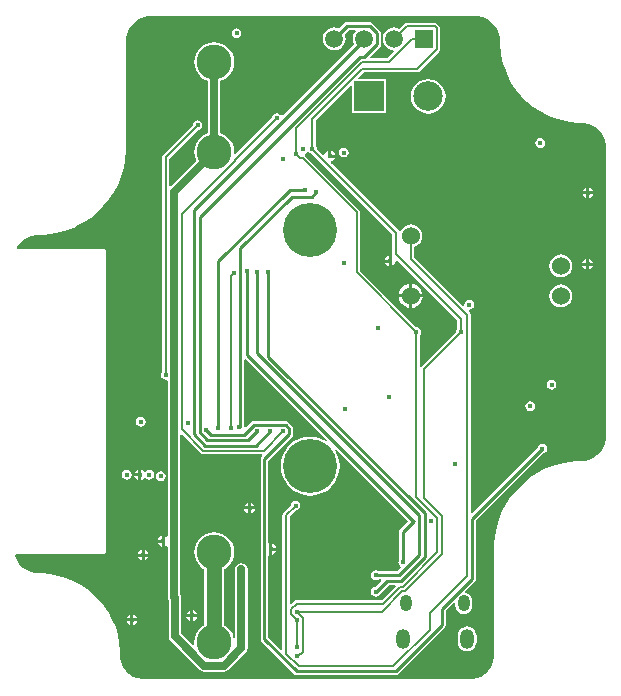
<source format=gbl>
G04*
G04 #@! TF.GenerationSoftware,Altium Limited,Altium Designer,21.6.1 (37)*
G04*
G04 Layer_Physical_Order=4*
G04 Layer_Color=16711680*
%FSLAX44Y44*%
%MOMM*%
G71*
G04*
G04 #@! TF.SameCoordinates,92C9E3DA-2EC7-41D8-9103-AA549F60DB15*
G04*
G04*
G04 #@! TF.FilePolarity,Positive*
G04*
G01*
G75*
%ADD10C,0.2540*%
%ADD18C,0.2032*%
%ADD99C,1.5000*%
%ADD100R,1.5000X1.5000*%
%ADD101C,1.5240*%
%ADD102O,1.2000X1.7000*%
%ADD103O,1.0000X1.4000*%
%ADD104R,2.5000X2.5000*%
%ADD105C,2.5000*%
%ADD106C,2.9500*%
%ADD107C,4.5720*%
%ADD108C,0.4064*%
%ADD119C,0.6350*%
%ADD120C,1.2700*%
G36*
X397283Y561381D02*
X401044Y559824D01*
X404428Y557562D01*
X407307Y554684D01*
X409568Y551299D01*
X411126Y547539D01*
X411920Y543546D01*
Y541511D01*
X411921Y541508D01*
X411920Y541504D01*
X412003Y538116D01*
X412008Y538106D01*
X412005Y538096D01*
X412669Y531351D01*
X412676Y531338D01*
X412673Y531324D01*
X413995Y524677D01*
X414003Y524665D01*
X414002Y524651D01*
X415969Y518166D01*
X415978Y518154D01*
Y518140D01*
X418572Y511879D01*
X418582Y511869D01*
X418583Y511854D01*
X421778Y505877D01*
X421789Y505868D01*
X421792Y505854D01*
X425557Y500219D01*
X425569Y500211D01*
X425573Y500197D01*
X429873Y494958D01*
X429885Y494952D01*
X429891Y494938D01*
X434683Y490146D01*
X434696Y490141D01*
X434703Y490128D01*
X439942Y485829D01*
X439955Y485824D01*
X439963Y485812D01*
X445598Y482047D01*
X445613Y482044D01*
X445622Y482033D01*
X451599Y478839D01*
X451613Y478837D01*
X451623Y478827D01*
X457884Y476233D01*
X457899D01*
X457910Y476224D01*
X464395Y474257D01*
X464410Y474258D01*
X464422Y474250D01*
X471069Y472928D01*
X471083Y472931D01*
X471095Y472924D01*
X477840Y472260D01*
X477850Y472263D01*
X477860Y472259D01*
X481249Y472176D01*
X481252Y472177D01*
X481255Y472176D01*
X483291Y472176D01*
X487283Y471381D01*
X491044Y469824D01*
X494428Y467562D01*
X497307Y464684D01*
X499568Y461299D01*
X501126Y457539D01*
X501920Y453546D01*
Y451511D01*
X501920Y206511D01*
Y204476D01*
X501126Y200483D01*
X499568Y196723D01*
X497307Y193338D01*
X494428Y190460D01*
X491044Y188199D01*
X487283Y186641D01*
X483291Y185847D01*
X481256D01*
X481252Y185845D01*
X481249Y185847D01*
X477615Y185757D01*
X477605Y185753D01*
X477595Y185756D01*
X470362Y185044D01*
X470349Y185037D01*
X470335Y185040D01*
X463207Y183622D01*
X463195Y183614D01*
X463181Y183615D01*
X456226Y181506D01*
X456214Y181496D01*
X456200D01*
X449485Y178715D01*
X449475Y178705D01*
X449461Y178704D01*
X443051Y175278D01*
X443042Y175266D01*
X443028Y175264D01*
X436985Y171226D01*
X436977Y171214D01*
X436963Y171210D01*
X431345Y166599D01*
X431338Y166586D01*
X431325Y166581D01*
X426186Y161442D01*
X426180Y161428D01*
X426168Y161422D01*
X421557Y155803D01*
X421553Y155790D01*
X421541Y155782D01*
X417503Y149739D01*
X417500Y149725D01*
X417489Y149715D01*
X414063Y143306D01*
X414062Y143291D01*
X414052Y143281D01*
X411270Y136567D01*
Y136552D01*
X411261Y136541D01*
X409151Y129586D01*
X409153Y129572D01*
X409145Y129560D01*
X407727Y122432D01*
X407730Y122418D01*
X407723Y122405D01*
X407010Y115172D01*
X407014Y115162D01*
X407009Y115152D01*
X406920Y111518D01*
X406921Y111515D01*
X406920Y111511D01*
X406920Y21511D01*
Y19476D01*
X406126Y15483D01*
X404568Y11723D01*
X402307Y8338D01*
X399428Y5460D01*
X396044Y3198D01*
X392283Y1641D01*
X388291Y847D01*
X386255Y847D01*
X109220D01*
X105228Y1641D01*
X101467Y3198D01*
X98083Y5460D01*
X95204Y8338D01*
X92943Y11723D01*
X91385Y15483D01*
X90591Y19476D01*
X90591Y21511D01*
X90590Y21514D01*
X90591Y21518D01*
X90508Y24906D01*
X90503Y24916D01*
X90507Y24927D01*
X89842Y31671D01*
X89836Y31684D01*
X89838Y31698D01*
X88516Y38345D01*
X88508Y38357D01*
X88510Y38371D01*
X86542Y44857D01*
X86533Y44868D01*
Y44882D01*
X83940Y51143D01*
X83929Y51154D01*
X83928Y51168D01*
X80733Y57145D01*
X80722Y57154D01*
X80719Y57168D01*
X76954Y62803D01*
X76942Y62811D01*
X76938Y62825D01*
X72639Y68064D01*
X72626Y68071D01*
X72621Y68084D01*
X67828Y72876D01*
X67815Y72881D01*
X67808Y72894D01*
X62569Y77194D01*
X62556Y77198D01*
X62548Y77210D01*
X56912Y80975D01*
X56898Y80978D01*
X56889Y80989D01*
X50912Y84184D01*
X50898Y84185D01*
X50888Y84195D01*
X44627Y86789D01*
X44612D01*
X44601Y86798D01*
X38116Y88765D01*
X38101Y88764D01*
X38090Y88772D01*
X31442Y90094D01*
X31428Y90091D01*
X31416Y90098D01*
X24671Y90762D01*
X24661Y90759D01*
X24651Y90763D01*
X21262Y90847D01*
X21259Y90845D01*
X21256Y90847D01*
X19220Y90847D01*
X15228Y91641D01*
X11467Y93198D01*
X8083Y95460D01*
X5204Y98338D01*
X2943Y101723D01*
X1385Y105484D01*
X1249Y106166D01*
X2055Y107148D01*
X76568D01*
X77361Y107306D01*
X78033Y107755D01*
X78482Y108427D01*
X78640Y109220D01*
Y363220D01*
X78482Y364013D01*
X78033Y364685D01*
X77361Y365134D01*
X76568Y365292D01*
X3616D01*
X3476Y365501D01*
X3118Y366562D01*
X5204Y369684D01*
X8083Y372562D01*
X11467Y374824D01*
X15228Y376381D01*
X19220Y377175D01*
X21256D01*
X21259Y377177D01*
X21262Y377176D01*
X24896Y377265D01*
X24906Y377269D01*
X24917Y377266D01*
X32149Y377978D01*
X32162Y377985D01*
X32176Y377982D01*
X39304Y379400D01*
X39316Y379408D01*
X39331Y379407D01*
X46286Y381517D01*
X46297Y381526D01*
X46311D01*
X53026Y384307D01*
X53036Y384317D01*
X53050Y384319D01*
X59460Y387745D01*
X59469Y387756D01*
X59483Y387759D01*
X65526Y391796D01*
X65534Y391808D01*
X65548Y391813D01*
X71166Y396423D01*
X71173Y396436D01*
X71186Y396441D01*
X76325Y401581D01*
X76331Y401594D01*
X76343Y401601D01*
X80954Y407219D01*
X80958Y407233D01*
X80970Y407240D01*
X85008Y413284D01*
X85011Y413298D01*
X85022Y413307D01*
X88448Y419716D01*
X88449Y419731D01*
X88460Y419741D01*
X91241Y426456D01*
Y426470D01*
X91250Y426481D01*
X93360Y433436D01*
X93358Y433450D01*
X93366Y433462D01*
X94784Y440591D01*
X94781Y440605D01*
X94788Y440617D01*
X95501Y447850D01*
X95497Y447860D01*
X95502Y447870D01*
X95591Y451504D01*
X95590Y451508D01*
X95591Y451511D01*
X95591Y541511D01*
Y543546D01*
X96385Y547539D01*
X97943Y551299D01*
X100204Y554684D01*
X103083Y557562D01*
X106467Y559824D01*
X110228Y561381D01*
X114220Y562176D01*
X393291D01*
X397283Y561381D01*
D02*
G37*
%LPC*%
G36*
X301654Y557475D02*
X282582D01*
X281294Y557218D01*
X280201Y556489D01*
X275709Y551996D01*
X274268Y552593D01*
X271780Y552920D01*
X269292Y552593D01*
X266973Y551632D01*
X264982Y550104D01*
X263454Y548113D01*
X262493Y545794D01*
X262166Y543306D01*
X262493Y540818D01*
X263454Y538499D01*
X264982Y536508D01*
X266973Y534980D01*
X269292Y534019D01*
X271780Y533692D01*
X274268Y534019D01*
X276587Y534980D01*
X278578Y536508D01*
X280106Y538499D01*
X281067Y540818D01*
X281394Y543306D01*
X281067Y545794D01*
X280470Y547235D01*
X283976Y550741D01*
X289270D01*
X289896Y549471D01*
X288854Y548113D01*
X287893Y545794D01*
X287566Y543306D01*
X287893Y540818D01*
X288686Y538904D01*
X227916Y478133D01*
X226325Y478339D01*
X225930Y478930D01*
X224586Y479828D01*
X223000Y480144D01*
X221414Y479828D01*
X220070Y478930D01*
X219172Y477586D01*
X218919Y476314D01*
X187941Y445336D01*
X186722Y445913D01*
X186863Y447350D01*
X186539Y450640D01*
X185580Y453803D01*
X184021Y456719D01*
X181924Y459274D01*
X179369Y461371D01*
X176453Y462930D01*
X175309Y463277D01*
Y507623D01*
X176453Y507971D01*
X179369Y509529D01*
X181924Y511626D01*
X184021Y514181D01*
X185580Y517097D01*
X186539Y520260D01*
X186863Y523550D01*
X186539Y526840D01*
X185580Y530003D01*
X184021Y532919D01*
X181924Y535474D01*
X179369Y537571D01*
X176453Y539130D01*
X173290Y540089D01*
X170000Y540413D01*
X166710Y540089D01*
X163547Y539130D01*
X160632Y537571D01*
X158076Y535474D01*
X155979Y532919D01*
X154421Y530003D01*
X153461Y526840D01*
X153137Y523550D01*
X153461Y520260D01*
X154421Y517097D01*
X155979Y514181D01*
X158076Y511626D01*
X160632Y509529D01*
X163547Y507971D01*
X164691Y507623D01*
Y463277D01*
X163547Y462930D01*
X160632Y461371D01*
X158076Y459274D01*
X155979Y456719D01*
X154421Y453803D01*
X153461Y450640D01*
X153137Y447350D01*
X153461Y444060D01*
X154421Y440897D01*
X154984Y439842D01*
X133324Y418181D01*
X132054Y418708D01*
Y441659D01*
X156314Y465919D01*
X157586Y466172D01*
X158930Y467070D01*
X159828Y468414D01*
X160144Y470000D01*
X159828Y471586D01*
X158930Y472930D01*
X157586Y473828D01*
X156000Y474144D01*
X154414Y473828D01*
X153070Y472930D01*
X152172Y471586D01*
X151919Y470314D01*
X126748Y445143D01*
X126075Y444135D01*
X125838Y442946D01*
Y261482D01*
X125118Y260403D01*
X124802Y258818D01*
X125118Y257232D01*
X126016Y255888D01*
X127360Y254990D01*
X128946Y254674D01*
X129606Y254806D01*
X130876Y253808D01*
Y122166D01*
X129606Y121488D01*
X128784Y122037D01*
X128270Y122139D01*
Y117730D01*
Y113321D01*
X128784Y113423D01*
X129606Y113973D01*
X130876Y113294D01*
Y70815D01*
X130876Y70815D01*
X131280Y68783D01*
X131691Y68168D01*
Y37227D01*
X131691Y37227D01*
X132095Y35195D01*
X133246Y33472D01*
X157979Y8739D01*
X157979Y8739D01*
X159702Y7588D01*
X161733Y7184D01*
X161734Y7184D01*
X178266D01*
X178266Y7184D01*
X180298Y7588D01*
X182020Y8739D01*
X196754Y23472D01*
X196754Y23472D01*
X197905Y25195D01*
X198309Y27227D01*
X198309Y27227D01*
Y94000D01*
X197905Y96032D01*
X196754Y97754D01*
X195032Y98905D01*
X193000Y99309D01*
X190968Y98905D01*
X189246Y97754D01*
X188095Y96032D01*
X187691Y94000D01*
Y36318D01*
X186421Y36129D01*
X185579Y38903D01*
X184021Y41819D01*
X181924Y44374D01*
X179369Y46471D01*
X178454Y46960D01*
Y94140D01*
X179369Y94629D01*
X181924Y96726D01*
X184021Y99281D01*
X185579Y102197D01*
X186539Y105360D01*
X186863Y108650D01*
X186539Y111940D01*
X185579Y115103D01*
X184021Y118019D01*
X181924Y120574D01*
X179369Y122671D01*
X176453Y124230D01*
X173290Y125189D01*
X170000Y125513D01*
X166710Y125189D01*
X163547Y124230D01*
X160631Y122671D01*
X158076Y120574D01*
X155979Y118019D01*
X154420Y115103D01*
X153461Y111940D01*
X153137Y108650D01*
X153461Y105360D01*
X154420Y102197D01*
X155979Y99281D01*
X158076Y96726D01*
X160631Y94629D01*
X161546Y94140D01*
Y46960D01*
X160631Y46471D01*
X158076Y44374D01*
X155979Y41819D01*
X154420Y38903D01*
X153461Y35740D01*
X153137Y32450D01*
X153361Y30169D01*
X152142Y29592D01*
X142309Y39426D01*
Y70000D01*
X142309Y70000D01*
X141905Y72032D01*
X141494Y72647D01*
Y207739D01*
X142667Y208225D01*
X158525Y192367D01*
X159534Y191693D01*
X160723Y191456D01*
X210299D01*
X210825Y190186D01*
X210285Y189647D01*
X209556Y188554D01*
X209299Y187266D01*
Y34730D01*
X209556Y33442D01*
X210285Y32349D01*
X237395Y5239D01*
X238488Y4510D01*
X239776Y4253D01*
X323672D01*
X324961Y4510D01*
X326053Y5239D01*
X365093Y44279D01*
X365822Y45371D01*
X366079Y46660D01*
Y59208D01*
X372984Y66114D01*
X374157Y65628D01*
Y63400D01*
X374399Y61564D01*
X375108Y59854D01*
X376235Y58385D01*
X377704Y57258D01*
X379414Y56549D01*
X381250Y56307D01*
X383086Y56549D01*
X384796Y57258D01*
X386265Y58385D01*
X387392Y59854D01*
X388101Y61564D01*
X388343Y63400D01*
Y67400D01*
X388101Y69236D01*
X387392Y70946D01*
X386265Y72415D01*
X384796Y73542D01*
X383086Y74251D01*
X382773Y74292D01*
X382365Y75495D01*
X390779Y83908D01*
X391508Y85000D01*
X391765Y86289D01*
Y135521D01*
X448501Y192258D01*
X449316Y192420D01*
X450660Y193318D01*
X451558Y194662D01*
X451874Y196248D01*
X451558Y197834D01*
X450660Y199178D01*
X449316Y200076D01*
X447730Y200392D01*
X446144Y200076D01*
X444800Y199178D01*
X443902Y197834D01*
X443740Y197019D01*
X388361Y141640D01*
X387188Y142126D01*
Y309520D01*
X386951Y310709D01*
X386278Y311717D01*
X385293Y312702D01*
X385919Y313873D01*
X386000Y313856D01*
X387586Y314172D01*
X388930Y315070D01*
X389828Y316414D01*
X390144Y318000D01*
X389828Y319586D01*
X388930Y320930D01*
X387586Y321828D01*
X386000Y322144D01*
X384414Y321828D01*
X383070Y320930D01*
X382172Y319586D01*
X381856Y318000D01*
X381873Y317918D01*
X380702Y317293D01*
X339554Y358441D01*
Y367268D01*
X341314Y367997D01*
X343330Y369544D01*
X344877Y371560D01*
X345850Y373908D01*
X346181Y376428D01*
X345850Y378948D01*
X344877Y381296D01*
X343330Y383312D01*
X341314Y384859D01*
X338966Y385832D01*
X336446Y386163D01*
X333926Y385832D01*
X331578Y384859D01*
X329562Y383312D01*
X328015Y381296D01*
X327889Y380992D01*
X327471Y380826D01*
X326456Y380850D01*
X326278Y381118D01*
X269000Y438395D01*
X269368Y439611D01*
X269784Y439693D01*
X271296Y440704D01*
X272307Y442216D01*
X272409Y442730D01*
X268000D01*
Y444000D01*
X266730D01*
Y448409D01*
X266216Y448307D01*
X264704Y447296D01*
X263693Y445784D01*
X263611Y445368D01*
X262395Y445000D01*
X257081Y450314D01*
X256828Y451586D01*
X256108Y452664D01*
Y474279D01*
X285577Y503748D01*
X286750Y503262D01*
Y480006D01*
X315814D01*
Y509070D01*
X292558D01*
X292072Y510243D01*
X296627Y514798D01*
X341890D01*
X343080Y515035D01*
X344088Y515709D01*
X360726Y532346D01*
X361399Y533354D01*
X361636Y534543D01*
Y552068D01*
X361399Y553258D01*
X360726Y554266D01*
X358940Y556051D01*
X357932Y556725D01*
X356743Y556962D01*
X333128D01*
X331939Y556725D01*
X330930Y556051D01*
X326768Y551889D01*
X325068Y552593D01*
X322580Y552920D01*
X320092Y552593D01*
X317773Y551632D01*
X315782Y550104D01*
X314254Y548113D01*
X313293Y545794D01*
X312966Y543306D01*
X313293Y540818D01*
X314254Y538499D01*
X315782Y536508D01*
X317773Y534980D01*
X320092Y534019D01*
X321795Y533795D01*
X322250Y532454D01*
X316523Y526726D01*
X302297D01*
X301811Y527900D01*
X310363Y536451D01*
X311092Y537543D01*
X311349Y538832D01*
Y547780D01*
X311092Y549069D01*
X310363Y550161D01*
X304035Y556489D01*
X302943Y557218D01*
X301654Y557475D01*
D02*
G37*
G36*
X189000Y552144D02*
X187414Y551828D01*
X186070Y550930D01*
X185172Y549586D01*
X184856Y548000D01*
X185172Y546414D01*
X186070Y545070D01*
X187414Y544172D01*
X189000Y543856D01*
X190586Y544172D01*
X191930Y545070D01*
X192828Y546414D01*
X193144Y548000D01*
X192828Y549586D01*
X191930Y550930D01*
X190586Y551828D01*
X189000Y552144D01*
D02*
G37*
G36*
X351282Y509195D02*
X347488Y508696D01*
X343953Y507232D01*
X340918Y504902D01*
X338588Y501867D01*
X337124Y498332D01*
X336625Y494538D01*
X337124Y490744D01*
X338588Y487209D01*
X340918Y484174D01*
X343953Y481844D01*
X347488Y480380D01*
X351282Y479881D01*
X355076Y480380D01*
X358611Y481844D01*
X361646Y484174D01*
X363976Y487209D01*
X365440Y490744D01*
X365939Y494538D01*
X365440Y498332D01*
X363976Y501867D01*
X361646Y504902D01*
X358611Y507232D01*
X355076Y508696D01*
X351282Y509195D01*
D02*
G37*
G36*
X446000Y459144D02*
X444414Y458828D01*
X443070Y457930D01*
X442172Y456586D01*
X441856Y455000D01*
X442172Y453414D01*
X443070Y452070D01*
X444414Y451172D01*
X446000Y450856D01*
X447586Y451172D01*
X448930Y452070D01*
X449828Y453414D01*
X450144Y455000D01*
X449828Y456586D01*
X448930Y457930D01*
X447586Y458828D01*
X446000Y459144D01*
D02*
G37*
G36*
X269270Y448409D02*
Y445270D01*
X272409D01*
X272307Y445784D01*
X271296Y447296D01*
X269784Y448307D01*
X269270Y448409D01*
D02*
G37*
G36*
X279807Y451107D02*
X278221Y450792D01*
X276877Y449894D01*
X275979Y448549D01*
X275663Y446964D01*
X275979Y445378D01*
X276877Y444034D01*
X278221Y443135D01*
X279807Y442820D01*
X281393Y443135D01*
X282737Y444034D01*
X283635Y445378D01*
X283951Y446964D01*
X283635Y448549D01*
X282737Y449894D01*
X281393Y450792D01*
X279807Y451107D01*
D02*
G37*
G36*
X487680Y417413D02*
Y414274D01*
X490819D01*
X490717Y414788D01*
X489706Y416300D01*
X488194Y417311D01*
X487680Y417413D01*
D02*
G37*
G36*
X485140D02*
X484626Y417311D01*
X483114Y416300D01*
X482103Y414788D01*
X482001Y414274D01*
X485140D01*
Y417413D01*
D02*
G37*
G36*
X490819Y411734D02*
X487680D01*
Y408595D01*
X488194Y408697D01*
X489706Y409708D01*
X490717Y411220D01*
X490819Y411734D01*
D02*
G37*
G36*
X485140D02*
X482001D01*
X482103Y411220D01*
X483114Y409708D01*
X484626Y408697D01*
X485140Y408595D01*
Y411734D01*
D02*
G37*
G36*
X487426Y356961D02*
Y353822D01*
X490565D01*
X490463Y354336D01*
X489452Y355848D01*
X487940Y356859D01*
X487426Y356961D01*
D02*
G37*
G36*
X484886D02*
X484372Y356859D01*
X482860Y355848D01*
X481849Y354336D01*
X481747Y353822D01*
X484886D01*
Y356961D01*
D02*
G37*
G36*
X490565Y351282D02*
X487426D01*
Y348143D01*
X487940Y348245D01*
X489452Y349256D01*
X490463Y350768D01*
X490565Y351282D01*
D02*
G37*
G36*
X484886D02*
X481747D01*
X481849Y350768D01*
X482860Y349256D01*
X484372Y348245D01*
X484886Y348143D01*
Y351282D01*
D02*
G37*
G36*
X463446Y360763D02*
X460926Y360432D01*
X458578Y359459D01*
X456562Y357912D01*
X455015Y355896D01*
X454042Y353548D01*
X453711Y351028D01*
X454042Y348508D01*
X455015Y346160D01*
X456562Y344144D01*
X458578Y342597D01*
X460926Y341624D01*
X463446Y341293D01*
X465966Y341624D01*
X468314Y342597D01*
X470330Y344144D01*
X471877Y346160D01*
X472850Y348508D01*
X473181Y351028D01*
X472850Y353548D01*
X471877Y355896D01*
X470330Y357912D01*
X468314Y359459D01*
X465966Y360432D01*
X463446Y360763D01*
D02*
G37*
G36*
Y335363D02*
X460926Y335032D01*
X458578Y334059D01*
X456562Y332512D01*
X455015Y330496D01*
X454042Y328148D01*
X453711Y325628D01*
X454042Y323108D01*
X455015Y320760D01*
X456562Y318744D01*
X458578Y317197D01*
X460926Y316224D01*
X463446Y315893D01*
X465966Y316224D01*
X468314Y317197D01*
X470330Y318744D01*
X471877Y320760D01*
X472850Y323108D01*
X473181Y325628D01*
X472850Y328148D01*
X471877Y330496D01*
X470330Y332512D01*
X468314Y334059D01*
X465966Y335032D01*
X463446Y335363D01*
D02*
G37*
G36*
X455730Y254392D02*
X454144Y254076D01*
X452800Y253178D01*
X451902Y251834D01*
X451586Y250248D01*
X451902Y248662D01*
X452800Y247318D01*
X454144Y246420D01*
X455730Y246104D01*
X457316Y246420D01*
X458660Y247318D01*
X459558Y248662D01*
X459874Y250248D01*
X459558Y251834D01*
X458660Y253178D01*
X457316Y254076D01*
X455730Y254392D01*
D02*
G37*
G36*
X437730Y236392D02*
X436144Y236076D01*
X434800Y235178D01*
X433902Y233834D01*
X433586Y232248D01*
X433902Y230662D01*
X434800Y229318D01*
X436144Y228420D01*
X437730Y228104D01*
X439316Y228420D01*
X440660Y229318D01*
X441558Y230662D01*
X441874Y232248D01*
X441558Y233834D01*
X440660Y235178D01*
X439316Y236076D01*
X437730Y236392D01*
D02*
G37*
G36*
X108000Y223144D02*
X106414Y222828D01*
X105070Y221930D01*
X104172Y220586D01*
X103856Y219000D01*
X104172Y217414D01*
X105070Y216070D01*
X106414Y215172D01*
X108000Y214856D01*
X109586Y215172D01*
X110930Y216070D01*
X111828Y217414D01*
X112144Y219000D01*
X111828Y220586D01*
X110930Y221930D01*
X109586Y222828D01*
X108000Y223144D01*
D02*
G37*
G36*
X105730Y178409D02*
X105216Y178307D01*
X103704Y177296D01*
X102693Y175784D01*
X102591Y175270D01*
X105730D01*
Y178409D01*
D02*
G37*
G36*
X108270D02*
Y174000D01*
Y169591D01*
X108784Y169693D01*
X110296Y170704D01*
X110670Y171264D01*
X111940D01*
X112070Y171070D01*
X113414Y170172D01*
X115000Y169856D01*
X116586Y170172D01*
X117930Y171070D01*
X118828Y172414D01*
X119144Y174000D01*
X118828Y175586D01*
X117930Y176930D01*
X116586Y177828D01*
X115000Y178144D01*
X113414Y177828D01*
X112070Y176930D01*
X111940Y176736D01*
X110670D01*
X110296Y177296D01*
X108784Y178307D01*
X108270Y178409D01*
D02*
G37*
G36*
X96204Y178130D02*
X94618Y177814D01*
X93274Y176916D01*
X92376Y175572D01*
X92060Y173986D01*
X92376Y172400D01*
X93274Y171056D01*
X94618Y170158D01*
X96204Y169842D01*
X97790Y170158D01*
X99134Y171056D01*
X100032Y172400D01*
X100348Y173986D01*
X100032Y175572D01*
X99134Y176916D01*
X97790Y177814D01*
X96204Y178130D01*
D02*
G37*
G36*
X105730Y172730D02*
X102591D01*
X102693Y172216D01*
X103704Y170704D01*
X105216Y169693D01*
X105730Y169591D01*
Y172730D01*
D02*
G37*
G36*
X125000Y177144D02*
X123414Y176828D01*
X122070Y175930D01*
X121172Y174586D01*
X120856Y173000D01*
X121172Y171414D01*
X122070Y170070D01*
X123414Y169172D01*
X125000Y168856D01*
X126586Y169172D01*
X127930Y170070D01*
X128828Y171414D01*
X129144Y173000D01*
X128828Y174586D01*
X127930Y175930D01*
X126586Y176828D01*
X125000Y177144D01*
D02*
G37*
G36*
X201270Y150409D02*
Y147270D01*
X204409D01*
X204307Y147784D01*
X203296Y149296D01*
X201784Y150307D01*
X201270Y150409D01*
D02*
G37*
G36*
X198730D02*
X198216Y150307D01*
X196704Y149296D01*
X195693Y147784D01*
X195591Y147270D01*
X198730D01*
Y150409D01*
D02*
G37*
G36*
X204409Y144730D02*
X201270D01*
Y141591D01*
X201784Y141693D01*
X203296Y142704D01*
X204307Y144216D01*
X204409Y144730D01*
D02*
G37*
G36*
X198730D02*
X195591D01*
X195693Y144216D01*
X196704Y142704D01*
X198216Y141693D01*
X198730Y141591D01*
Y144730D01*
D02*
G37*
G36*
X125730Y122139D02*
X125216Y122037D01*
X123704Y121026D01*
X122693Y119514D01*
X122591Y119000D01*
X125730D01*
Y122139D01*
D02*
G37*
G36*
Y116460D02*
X122591D01*
X122693Y115946D01*
X123704Y114434D01*
X125216Y113423D01*
X125730Y113321D01*
Y116460D01*
D02*
G37*
G36*
X111270Y110545D02*
Y107406D01*
X114409D01*
X114307Y107920D01*
X113296Y109432D01*
X111784Y110443D01*
X111270Y110545D01*
D02*
G37*
G36*
X108730D02*
X108216Y110443D01*
X106704Y109432D01*
X105693Y107920D01*
X105591Y107406D01*
X108730D01*
Y110545D01*
D02*
G37*
G36*
X114409Y104866D02*
X111270D01*
Y101727D01*
X111784Y101829D01*
X113296Y102840D01*
X114307Y104352D01*
X114409Y104866D01*
D02*
G37*
G36*
X108730D02*
X105591D01*
X105693Y104352D01*
X106704Y102840D01*
X108216Y101829D01*
X108730Y101727D01*
Y104866D01*
D02*
G37*
G36*
X152270Y59409D02*
Y56270D01*
X155409D01*
X155307Y56784D01*
X154296Y58296D01*
X152784Y59307D01*
X152270Y59409D01*
D02*
G37*
G36*
X149730D02*
X149216Y59307D01*
X147704Y58296D01*
X146693Y56784D01*
X146591Y56270D01*
X149730D01*
Y59409D01*
D02*
G37*
G36*
X101625Y55764D02*
Y52625D01*
X104764D01*
X104662Y53139D01*
X103651Y54651D01*
X102139Y55662D01*
X101625Y55764D01*
D02*
G37*
G36*
X99085D02*
X98571Y55662D01*
X97059Y54651D01*
X96048Y53139D01*
X95946Y52625D01*
X99085D01*
Y55764D01*
D02*
G37*
G36*
X155409Y53730D02*
X152270D01*
Y50591D01*
X152784Y50693D01*
X154296Y51704D01*
X155307Y53216D01*
X155409Y53730D01*
D02*
G37*
G36*
X149730D02*
X146591D01*
X146693Y53216D01*
X147704Y51704D01*
X149216Y50693D01*
X149730Y50591D01*
Y53730D01*
D02*
G37*
G36*
X104764Y50085D02*
X101625D01*
Y46946D01*
X102139Y47048D01*
X103651Y48059D01*
X104662Y49571D01*
X104764Y50085D01*
D02*
G37*
G36*
X99085D02*
X95946D01*
X96048Y49571D01*
X97059Y48059D01*
X98571Y47048D01*
X99085Y46946D01*
Y50085D01*
D02*
G37*
G36*
X384250Y45701D02*
X382153Y45425D01*
X380199Y44616D01*
X378521Y43328D01*
X377234Y41651D01*
X376425Y39697D01*
X376149Y37600D01*
Y32600D01*
X376425Y30503D01*
X377234Y28549D01*
X378521Y26872D01*
X380199Y25584D01*
X382153Y24775D01*
X384250Y24499D01*
X386347Y24775D01*
X388301Y25584D01*
X389978Y26872D01*
X391266Y28549D01*
X392075Y30503D01*
X392351Y32600D01*
Y37600D01*
X392075Y39697D01*
X391266Y41651D01*
X389978Y43328D01*
X388301Y44616D01*
X386347Y45425D01*
X384250Y45701D01*
D02*
G37*
%LPD*%
G36*
X249940Y447264D02*
X250070Y447070D01*
X251414Y446172D01*
X252686Y445919D01*
X320972Y377633D01*
Y360704D01*
X321001Y360558D01*
X320270Y359827D01*
Y355000D01*
Y350591D01*
X320784Y350693D01*
X322296Y351704D01*
X323307Y353216D01*
X323650Y354943D01*
X323892Y355105D01*
X324849Y355540D01*
X375892Y304497D01*
Y297664D01*
X375172Y296586D01*
X374919Y295314D01*
X345658Y266054D01*
X345378Y265633D01*
X344108Y266019D01*
Y292336D01*
X344828Y293414D01*
X345144Y295000D01*
X344828Y296586D01*
X343930Y297930D01*
X342586Y298828D01*
X341314Y299081D01*
X293734Y346661D01*
Y396374D01*
X293497Y397563D01*
X292824Y398572D01*
X247181Y444214D01*
X246877Y444417D01*
X246841Y444907D01*
X247019Y445850D01*
X248296Y446704D01*
X248670Y447264D01*
X249940D01*
D02*
G37*
G36*
X265440Y203607D02*
X264675Y202576D01*
X260872Y204608D01*
X256180Y206032D01*
X251300Y206512D01*
X246420Y206032D01*
X241728Y204608D01*
X237404Y202297D01*
X233613Y199186D01*
X230503Y195396D01*
X228192Y191072D01*
X226768Y186380D01*
X226288Y181500D01*
X226768Y176620D01*
X228192Y171928D01*
X230503Y167604D01*
X233613Y163813D01*
X237404Y160703D01*
X241728Y158392D01*
X246420Y156968D01*
X251300Y156488D01*
X256180Y156968D01*
X260872Y158392D01*
X265196Y160703D01*
X268986Y163813D01*
X272097Y167604D01*
X274408Y171928D01*
X275832Y176620D01*
X276313Y181500D01*
X275832Y186380D01*
X274408Y191072D01*
X272376Y194875D01*
X273407Y195640D01*
X334280Y134767D01*
X327619Y128106D01*
X326890Y127014D01*
X326633Y125725D01*
Y102208D01*
X326172Y101517D01*
X325856Y99932D01*
X326172Y98346D01*
X327070Y97002D01*
X327661Y96607D01*
X327867Y95016D01*
X325217Y92367D01*
X309276D01*
X308586Y92828D01*
X307000Y93144D01*
X305414Y92828D01*
X304070Y91930D01*
X303172Y90586D01*
X302856Y89000D01*
X303172Y87414D01*
X304070Y86070D01*
X305414Y85172D01*
X307000Y84856D01*
X308586Y85172D01*
X309276Y85633D01*
X311133D01*
X311619Y84460D01*
X306229Y79070D01*
X305414Y78908D01*
X304070Y78010D01*
X303172Y76666D01*
X302856Y75080D01*
X303172Y73494D01*
X304070Y72150D01*
X305414Y71252D01*
X307000Y70936D01*
X308586Y71252D01*
X309930Y72150D01*
X310828Y73494D01*
X310990Y74309D01*
X317743Y81061D01*
X323228D01*
X323714Y79888D01*
X311934Y68108D01*
X239816D01*
X238626Y67871D01*
X237618Y67197D01*
X235137Y64716D01*
X233964Y65202D01*
Y138569D01*
X239314Y143919D01*
X240586Y144172D01*
X241930Y145070D01*
X242828Y146414D01*
X243144Y148000D01*
X242828Y149586D01*
X241930Y150930D01*
X240586Y151828D01*
X239000Y152144D01*
X237414Y151828D01*
X236070Y150930D01*
X235172Y149586D01*
X234919Y148314D01*
X228659Y142053D01*
X227985Y141045D01*
X227748Y139856D01*
Y26068D01*
X226575Y25582D01*
X216033Y36124D01*
Y105435D01*
X216730Y106007D01*
Y111000D01*
Y115993D01*
X216033Y116565D01*
Y185872D01*
X236107Y205945D01*
X236836Y207038D01*
X237093Y208326D01*
Y213209D01*
X236836Y214498D01*
X236107Y215590D01*
X232982Y218715D01*
X231890Y219444D01*
X230601Y219701D01*
X203791D01*
X202502Y219444D01*
X201410Y218715D01*
X196862Y214166D01*
X196491Y214218D01*
X195566Y214666D01*
X195315Y215925D01*
X195145Y216179D01*
Y218642D01*
X195442Y219086D01*
X195699Y220375D01*
Y271689D01*
X196872Y272175D01*
X265440Y203607D01*
D02*
G37*
%LPC*%
G36*
X317730Y359409D02*
X317216Y359307D01*
X315704Y358296D01*
X314693Y356784D01*
X314591Y356270D01*
X317730D01*
Y359409D01*
D02*
G37*
G36*
Y353730D02*
X314591D01*
X314693Y353216D01*
X315704Y351704D01*
X317216Y350693D01*
X317730Y350591D01*
Y353730D01*
D02*
G37*
G36*
X337716Y335709D02*
Y326898D01*
X346526D01*
X346344Y328280D01*
X345321Y330752D01*
X343692Y332874D01*
X341570Y334503D01*
X339098Y335527D01*
X337716Y335709D01*
D02*
G37*
G36*
X335176D02*
X333794Y335527D01*
X331322Y334503D01*
X329200Y332874D01*
X327571Y330752D01*
X326548Y328280D01*
X326366Y326898D01*
X335176D01*
Y335709D01*
D02*
G37*
G36*
X346526Y324358D02*
X337716D01*
Y315548D01*
X339098Y315730D01*
X341570Y316753D01*
X343692Y318382D01*
X345321Y320504D01*
X346344Y322976D01*
X346526Y324358D01*
D02*
G37*
G36*
X335176D02*
X326366D01*
X326548Y322976D01*
X327571Y320504D01*
X329200Y318382D01*
X331322Y316753D01*
X333794Y315730D01*
X335176Y315548D01*
Y324358D01*
D02*
G37*
G36*
X219270Y115409D02*
Y112270D01*
X222409D01*
X222307Y112784D01*
X221296Y114296D01*
X219784Y115307D01*
X219270Y115409D01*
D02*
G37*
G36*
X222409Y109730D02*
X219270D01*
Y106591D01*
X219784Y106693D01*
X221296Y107704D01*
X222307Y109216D01*
X222409Y109730D01*
D02*
G37*
%LPD*%
D10*
X297087Y527937D02*
X307982Y538832D01*
X157656Y392076D02*
X293516Y527937D01*
X297087D01*
X307982Y538832D02*
Y547780D01*
X236220Y409702D02*
X252678D01*
X256559Y413582D01*
X173635Y354737D02*
X233934Y415036D01*
X192332Y365814D02*
X236220Y409702D01*
X233934Y415036D02*
X247000D01*
X192332Y220375D02*
Y365814D01*
X173635Y214125D02*
Y354737D01*
X191779Y219821D02*
X192332Y220375D01*
X338458Y134767D02*
X339041D01*
X337781Y135443D02*
Y136026D01*
X197981Y275828D02*
Y310759D01*
Y275828D02*
X337781Y136026D01*
Y135443D02*
X338458Y134767D01*
X233726Y208326D02*
Y213209D01*
X212666Y187266D02*
X233726Y208326D01*
X212666Y34730D02*
Y187266D01*
X362712Y60603D02*
X388398Y86289D01*
X362712Y46660D02*
Y60603D01*
X323672Y7620D02*
X362712Y46660D01*
X212666Y34730D02*
X239776Y7620D01*
X323672D01*
X162990Y212412D02*
X167377Y208026D01*
X195483D01*
X203791Y216334D01*
X205209Y198882D02*
X217327Y211000D01*
X162511Y198882D02*
X205209D01*
X203791Y216334D02*
X230601D01*
X153084Y208309D02*
X162511Y198882D01*
X388398Y136916D02*
X447730Y196248D01*
X230601Y216334D02*
X233726Y213209D01*
X198454Y203454D02*
X206000Y211000D01*
X157656Y210203D02*
X164405Y203454D01*
X388398Y86289D02*
Y136916D01*
X191779Y214631D02*
Y219821D01*
X191487Y214339D02*
X191779Y214631D01*
X164405Y203454D02*
X198454D01*
X326612Y89000D02*
X343877Y106266D01*
Y139734D01*
X330000Y99932D02*
Y125725D01*
X348450Y104372D02*
Y141628D01*
X328506Y84428D02*
X348450Y104372D01*
X316348Y84428D02*
X328506D01*
X330000Y125725D02*
X339041Y134767D01*
X307000Y89000D02*
X326612D01*
X216000Y274078D02*
X348450Y141628D01*
X206000Y277612D02*
X343877Y139734D01*
X157656Y210203D02*
Y392076D01*
X153084Y208309D02*
Y398541D01*
X297180Y542637D02*
Y543306D01*
X153084Y398541D02*
X297180Y542637D01*
X282582Y554108D02*
X301654D01*
X271780Y543306D02*
X282582Y554108D01*
X301654D02*
X307982Y547780D01*
X197666Y311073D02*
X197981Y310759D01*
X216000Y274078D02*
Y346000D01*
X307000Y75080D02*
X316348Y84428D01*
X206000Y277612D02*
Y346000D01*
X197666Y311073D02*
Y347000D01*
D18*
X253000Y475566D02*
X295340Y517906D01*
X341890D02*
X358528Y534543D01*
X295340Y517906D02*
X341890D01*
X239239Y467553D02*
X295305Y523619D01*
X317810D01*
X184303Y214125D02*
Y342303D01*
X186998Y344998D01*
X352982Y43036D02*
Y56979D01*
X321884Y11938D02*
X352982Y43036D01*
Y56979D02*
X384080Y88077D01*
X243988Y22568D02*
X245364Y23944D01*
X239944Y20742D02*
X240494D01*
X242320Y22568D02*
X243988D01*
X230856Y22647D02*
Y139856D01*
Y22647D02*
X241565Y11938D01*
X240494Y20742D02*
X242320Y22568D01*
X241565Y11938D02*
X321884D01*
X245364Y23944D02*
Y52820D01*
X240000Y51000D02*
X240142Y50858D01*
Y28590D02*
Y50858D01*
Y28590D02*
X240284Y28448D01*
X240184Y58000D02*
X245364Y52820D01*
X160723Y194564D02*
X211956D01*
X142408Y212879D02*
X160723Y194564D01*
X211956D02*
X228392Y211000D01*
X384080Y88077D02*
Y309520D01*
X336446Y357154D02*
X384080Y309520D01*
X363144Y107212D02*
Y138788D01*
X329696Y79512D02*
X359080Y108896D01*
X331380Y75448D02*
X363144Y107212D01*
X359080Y108896D02*
Y137104D01*
X327733Y79512D02*
X329696D01*
X240184Y58000D02*
X311968D01*
X239816Y65000D02*
X313221D01*
X327733Y79512D01*
X329416Y75448D02*
X331380D01*
X311968Y58000D02*
X329416Y75448D01*
X347856Y154075D02*
X363144Y138788D01*
X341000Y155184D02*
X359080Y137104D01*
X347856Y154075D02*
Y263856D01*
X341000Y155184D02*
Y295000D01*
X336446Y357154D02*
Y376428D01*
X347856Y263856D02*
X379000Y295000D01*
X239239Y445442D02*
Y467553D01*
X253000Y450000D02*
Y475566D01*
X358528Y534543D02*
Y552068D01*
X333128Y553854D02*
X356743D01*
X358528Y552068D01*
X322580Y543306D02*
X333128Y553854D01*
X317810Y523619D02*
X333128Y538937D01*
Y539002D01*
X337432Y543306D02*
X347980D01*
X333128Y539002D02*
X337432Y543306D01*
X239239Y445442D02*
X239571D01*
X242997Y442016D02*
X244984D01*
X239571Y445442D02*
X242997Y442016D01*
X244984D02*
X290626Y396374D01*
Y345374D02*
Y396374D01*
X379000Y295000D02*
Y305784D01*
X324080Y360704D02*
Y378920D01*
Y360704D02*
X379000Y305784D01*
X142408Y212879D02*
Y394588D01*
X187798Y440798D02*
X223000Y476000D01*
X187798Y439978D02*
Y440798D01*
X253000Y450000D02*
X324080Y378920D01*
X230856Y139856D02*
X239000Y148000D01*
X240000Y58000D02*
X240184D01*
X234920Y60104D02*
X239816Y65000D01*
X290626Y345374D02*
X341000Y295000D01*
X239816Y51000D02*
X240000D01*
X234920Y55896D02*
X239816Y51000D01*
X234920Y55896D02*
Y60104D01*
X128946Y258818D02*
Y442946D01*
X156000Y470000D01*
X142408Y394588D02*
X187798Y439978D01*
D99*
X297180Y543306D02*
D03*
X322580D02*
D03*
X271780D02*
D03*
D100*
X347980D02*
D03*
D101*
X463446Y325628D02*
D03*
Y351028D02*
D03*
X336446Y376428D02*
D03*
Y325628D02*
D03*
D102*
X329750Y35100D02*
D03*
X384250D02*
D03*
D103*
X332750Y65400D02*
D03*
X381250D02*
D03*
D104*
X301282Y494538D02*
D03*
D105*
X351282D02*
D03*
D106*
X170000Y447350D02*
D03*
Y523550D02*
D03*
X170000Y108650D02*
D03*
Y32450D02*
D03*
D107*
X251300Y181500D02*
D03*
Y381500D02*
D03*
D108*
X486156Y352552D02*
D03*
X486410Y413004D02*
D03*
X247000Y415036D02*
D03*
X239944Y20742D02*
D03*
X240284Y28448D02*
D03*
X100355Y51355D02*
D03*
X446000Y455000D02*
D03*
X191487Y214339D02*
D03*
X217327Y211000D02*
D03*
X330000Y99932D02*
D03*
X374000Y183000D02*
D03*
X245000Y450000D02*
D03*
X228571Y441571D02*
D03*
X239239Y445442D02*
D03*
X279807Y446964D02*
D03*
X223000Y476000D02*
D03*
X147488Y218000D02*
D03*
X162990Y212412D02*
D03*
X184303Y214125D02*
D03*
X173635D02*
D03*
X125000Y173000D02*
D03*
X110000Y106136D02*
D03*
X151000Y55000D02*
D03*
X127000Y117730D02*
D03*
X200000Y146000D02*
D03*
X218000Y111000D02*
D03*
X96204Y173986D02*
D03*
X115000Y174000D02*
D03*
X107000D02*
D03*
X253000Y450000D02*
D03*
X240000Y58000D02*
D03*
X268000Y444000D02*
D03*
X319000Y355000D02*
D03*
X280000Y353000D02*
D03*
X240000Y51000D02*
D03*
X354000Y135000D02*
D03*
X338544Y134269D02*
D03*
X156000Y470000D02*
D03*
X281000Y230000D02*
D03*
X186998Y344998D02*
D03*
X206000Y346000D02*
D03*
X216000D02*
D03*
X379000Y295000D02*
D03*
X318000Y240000D02*
D03*
X307000Y75080D02*
D03*
X128946Y258818D02*
D03*
X206000Y211000D02*
D03*
X256559Y413582D02*
D03*
X307000Y89000D02*
D03*
X193000Y94000D02*
D03*
X137000Y70000D02*
D03*
X228392Y211000D02*
D03*
X239000Y148000D02*
D03*
X197666Y347000D02*
D03*
X386000Y318000D02*
D03*
X447730Y196248D02*
D03*
X341000Y295000D02*
D03*
X189000Y548000D02*
D03*
X108000Y219000D02*
D03*
X309000Y298000D02*
D03*
X455730Y250248D02*
D03*
X437730Y232248D02*
D03*
D119*
X170000Y447350D02*
Y523550D01*
X136185Y70815D02*
X137000Y70000D01*
X161733Y12493D02*
X178266D01*
X136185Y413535D02*
X170000Y447350D01*
X137000Y37227D02*
Y70000D01*
X136185Y70815D02*
Y413535D01*
X178266Y12493D02*
X193000Y27227D01*
X137000Y37227D02*
X161733Y12493D01*
X193000Y27227D02*
Y94000D01*
D120*
X170000Y32450D02*
Y108650D01*
M02*

</source>
